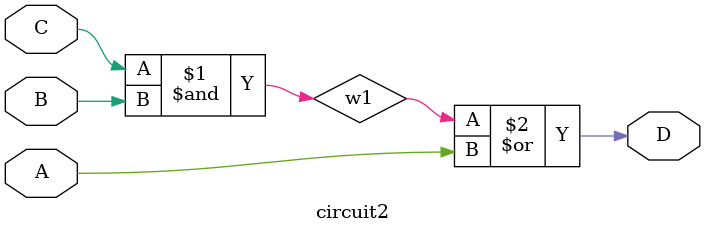
<source format=v>
module circuit2(A,B,C,D);
input A,B,C;
output D;
wire w1;
and G1(w1,C,B);
or (D,w1,A);
endmodule

</source>
